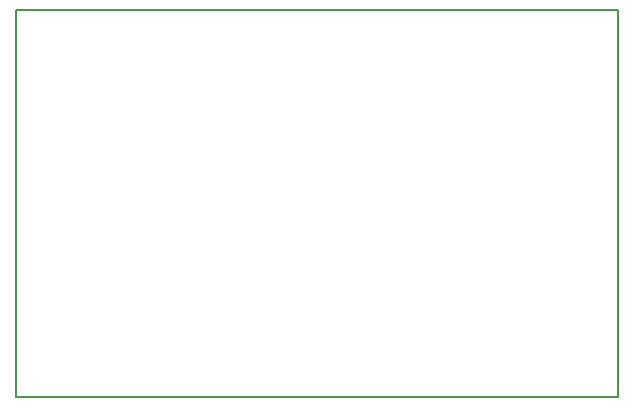
<source format=gm1>
G04 MADE WITH FRITZING*
G04 WWW.FRITZING.ORG*
G04 DOUBLE SIDED*
G04 HOLES PLATED*
G04 CONTOUR ON CENTER OF CONTOUR VECTOR*
%ASAXBY*%
%FSLAX23Y23*%
%MOIN*%
%OFA0B0*%
%SFA1.0B1.0*%
%ADD10R,2.014960X1.297210*%
%ADD11C,0.008000*%
%ADD10C,0.008*%
%LNCONTOUR*%
G90*
G70*
G54D10*
G54D11*
X4Y1293D02*
X2011Y1293D01*
X2011Y4D01*
X4Y4D01*
X4Y1293D01*
D02*
G04 End of contour*
M02*
</source>
